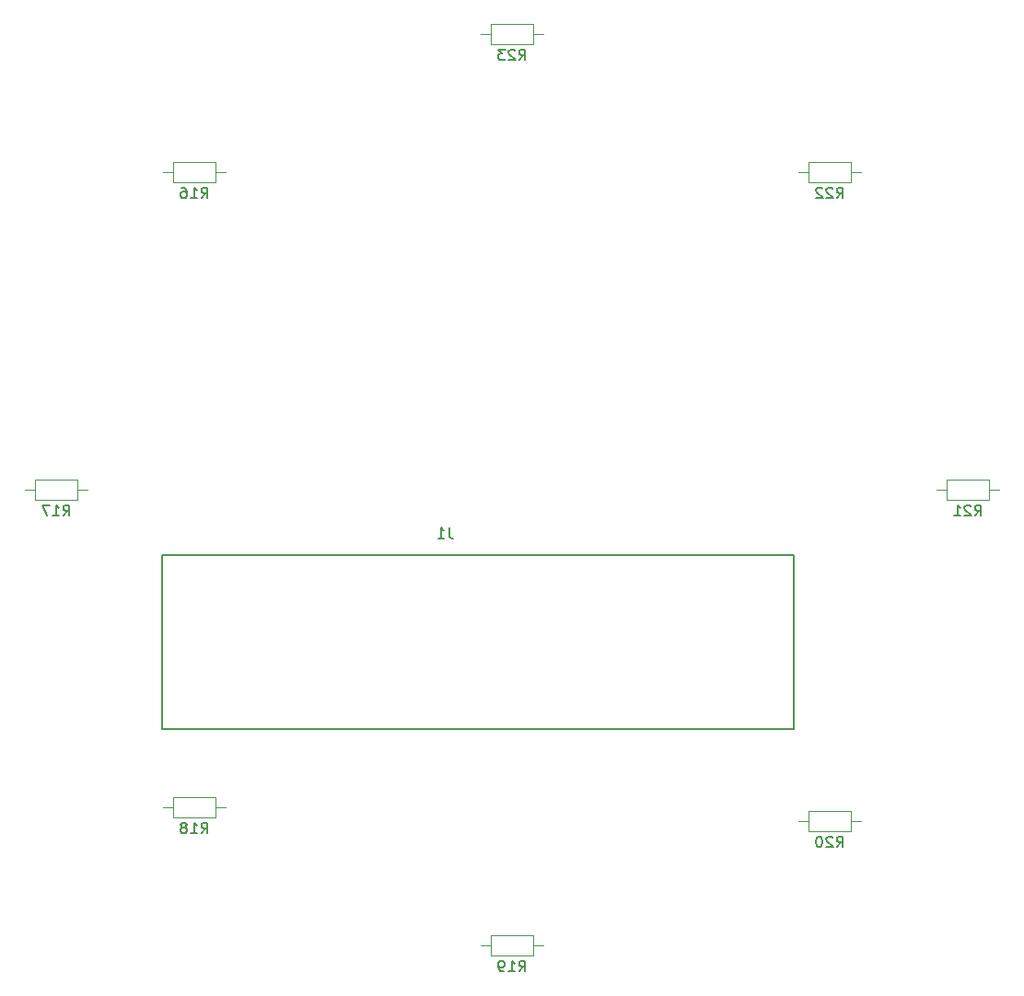
<source format=gbo>
G04 #@! TF.GenerationSoftware,KiCad,Pcbnew,(5.0.0-3-g5ebb6b6)*
G04 #@! TF.CreationDate,2018-09-25T19:29:36-07:00*
G04 #@! TF.ProjectId,christmas-board,6368726973746D61732D626F6172642E,rev?*
G04 #@! TF.SameCoordinates,Original*
G04 #@! TF.FileFunction,Legend,Bot*
G04 #@! TF.FilePolarity,Positive*
%FSLAX46Y46*%
G04 Gerber Fmt 4.6, Leading zero omitted, Abs format (unit mm)*
G04 Created by KiCad (PCBNEW (5.0.0-3-g5ebb6b6)) date Tuesday, September 25, 2018 at 07:29:36 PM*
%MOMM*%
%LPD*%
G01*
G04 APERTURE LIST*
%ADD10C,0.150000*%
%ADD11C,0.120000*%
G04 APERTURE END LIST*
D10*
G04 #@! TO.C,J1*
X136350000Y-94870000D02*
X133350000Y-94870000D01*
X136350000Y-110870000D02*
X136350000Y-94870000D01*
X133350000Y-110870000D02*
X136350000Y-110870000D01*
X78350000Y-94870000D02*
X133350000Y-94870000D01*
X78350000Y-110870000D02*
X78350000Y-94870000D01*
X133350000Y-110870000D02*
X78350000Y-110870000D01*
D11*
G04 #@! TO.C,R16*
X79360000Y-60610000D02*
X79360000Y-58770000D01*
X79360000Y-58770000D02*
X83200000Y-58770000D01*
X83200000Y-58770000D02*
X83200000Y-60610000D01*
X83200000Y-60610000D02*
X79360000Y-60610000D01*
X78410000Y-59690000D02*
X79360000Y-59690000D01*
X84150000Y-59690000D02*
X83200000Y-59690000D01*
G04 #@! TO.C,R17*
X66660000Y-89820000D02*
X66660000Y-87980000D01*
X66660000Y-87980000D02*
X70500000Y-87980000D01*
X70500000Y-87980000D02*
X70500000Y-89820000D01*
X70500000Y-89820000D02*
X66660000Y-89820000D01*
X65710000Y-88900000D02*
X66660000Y-88900000D01*
X71450000Y-88900000D02*
X70500000Y-88900000D01*
G04 #@! TO.C,R18*
X84150000Y-118110000D02*
X83200000Y-118110000D01*
X78410000Y-118110000D02*
X79360000Y-118110000D01*
X83200000Y-119030000D02*
X79360000Y-119030000D01*
X83200000Y-117190000D02*
X83200000Y-119030000D01*
X79360000Y-117190000D02*
X83200000Y-117190000D01*
X79360000Y-119030000D02*
X79360000Y-117190000D01*
G04 #@! TO.C,R19*
X108570000Y-131730000D02*
X108570000Y-129890000D01*
X108570000Y-129890000D02*
X112410000Y-129890000D01*
X112410000Y-129890000D02*
X112410000Y-131730000D01*
X112410000Y-131730000D02*
X108570000Y-131730000D01*
X107620000Y-130810000D02*
X108570000Y-130810000D01*
X113360000Y-130810000D02*
X112410000Y-130810000D01*
G04 #@! TO.C,R20*
X142570000Y-119380000D02*
X141620000Y-119380000D01*
X136830000Y-119380000D02*
X137780000Y-119380000D01*
X141620000Y-120300000D02*
X137780000Y-120300000D01*
X141620000Y-118460000D02*
X141620000Y-120300000D01*
X137780000Y-118460000D02*
X141620000Y-118460000D01*
X137780000Y-120300000D02*
X137780000Y-118460000D01*
G04 #@! TO.C,R21*
X150480000Y-89820000D02*
X150480000Y-87980000D01*
X150480000Y-87980000D02*
X154320000Y-87980000D01*
X154320000Y-87980000D02*
X154320000Y-89820000D01*
X154320000Y-89820000D02*
X150480000Y-89820000D01*
X149530000Y-88900000D02*
X150480000Y-88900000D01*
X155270000Y-88900000D02*
X154320000Y-88900000D01*
G04 #@! TO.C,R22*
X142570000Y-59690000D02*
X141620000Y-59690000D01*
X136830000Y-59690000D02*
X137780000Y-59690000D01*
X141620000Y-60610000D02*
X137780000Y-60610000D01*
X141620000Y-58770000D02*
X141620000Y-60610000D01*
X137780000Y-58770000D02*
X141620000Y-58770000D01*
X137780000Y-60610000D02*
X137780000Y-58770000D01*
G04 #@! TO.C,R23*
X108570000Y-47910000D02*
X108570000Y-46070000D01*
X108570000Y-46070000D02*
X112410000Y-46070000D01*
X112410000Y-46070000D02*
X112410000Y-47910000D01*
X112410000Y-47910000D02*
X108570000Y-47910000D01*
X107620000Y-46990000D02*
X108570000Y-46990000D01*
X113360000Y-46990000D02*
X112410000Y-46990000D01*
G04 #@! TO.C,J1*
D10*
X104683333Y-92322380D02*
X104683333Y-93036666D01*
X104730952Y-93179523D01*
X104826190Y-93274761D01*
X104969047Y-93322380D01*
X105064285Y-93322380D01*
X103683333Y-93322380D02*
X104254761Y-93322380D01*
X103969047Y-93322380D02*
X103969047Y-92322380D01*
X104064285Y-92465238D01*
X104159523Y-92560476D01*
X104254761Y-92608095D01*
G04 #@! TO.C,R16*
X81922857Y-62062380D02*
X82256190Y-61586190D01*
X82494285Y-62062380D02*
X82494285Y-61062380D01*
X82113333Y-61062380D01*
X82018095Y-61110000D01*
X81970476Y-61157619D01*
X81922857Y-61252857D01*
X81922857Y-61395714D01*
X81970476Y-61490952D01*
X82018095Y-61538571D01*
X82113333Y-61586190D01*
X82494285Y-61586190D01*
X80970476Y-62062380D02*
X81541904Y-62062380D01*
X81256190Y-62062380D02*
X81256190Y-61062380D01*
X81351428Y-61205238D01*
X81446666Y-61300476D01*
X81541904Y-61348095D01*
X80113333Y-61062380D02*
X80303809Y-61062380D01*
X80399047Y-61110000D01*
X80446666Y-61157619D01*
X80541904Y-61300476D01*
X80589523Y-61490952D01*
X80589523Y-61871904D01*
X80541904Y-61967142D01*
X80494285Y-62014761D01*
X80399047Y-62062380D01*
X80208571Y-62062380D01*
X80113333Y-62014761D01*
X80065714Y-61967142D01*
X80018095Y-61871904D01*
X80018095Y-61633809D01*
X80065714Y-61538571D01*
X80113333Y-61490952D01*
X80208571Y-61443333D01*
X80399047Y-61443333D01*
X80494285Y-61490952D01*
X80541904Y-61538571D01*
X80589523Y-61633809D01*
G04 #@! TO.C,R17*
X69222857Y-91272380D02*
X69556190Y-90796190D01*
X69794285Y-91272380D02*
X69794285Y-90272380D01*
X69413333Y-90272380D01*
X69318095Y-90320000D01*
X69270476Y-90367619D01*
X69222857Y-90462857D01*
X69222857Y-90605714D01*
X69270476Y-90700952D01*
X69318095Y-90748571D01*
X69413333Y-90796190D01*
X69794285Y-90796190D01*
X68270476Y-91272380D02*
X68841904Y-91272380D01*
X68556190Y-91272380D02*
X68556190Y-90272380D01*
X68651428Y-90415238D01*
X68746666Y-90510476D01*
X68841904Y-90558095D01*
X67937142Y-90272380D02*
X67270476Y-90272380D01*
X67699047Y-91272380D01*
G04 #@! TO.C,R18*
X81922857Y-120482380D02*
X82256190Y-120006190D01*
X82494285Y-120482380D02*
X82494285Y-119482380D01*
X82113333Y-119482380D01*
X82018095Y-119530000D01*
X81970476Y-119577619D01*
X81922857Y-119672857D01*
X81922857Y-119815714D01*
X81970476Y-119910952D01*
X82018095Y-119958571D01*
X82113333Y-120006190D01*
X82494285Y-120006190D01*
X80970476Y-120482380D02*
X81541904Y-120482380D01*
X81256190Y-120482380D02*
X81256190Y-119482380D01*
X81351428Y-119625238D01*
X81446666Y-119720476D01*
X81541904Y-119768095D01*
X80399047Y-119910952D02*
X80494285Y-119863333D01*
X80541904Y-119815714D01*
X80589523Y-119720476D01*
X80589523Y-119672857D01*
X80541904Y-119577619D01*
X80494285Y-119530000D01*
X80399047Y-119482380D01*
X80208571Y-119482380D01*
X80113333Y-119530000D01*
X80065714Y-119577619D01*
X80018095Y-119672857D01*
X80018095Y-119720476D01*
X80065714Y-119815714D01*
X80113333Y-119863333D01*
X80208571Y-119910952D01*
X80399047Y-119910952D01*
X80494285Y-119958571D01*
X80541904Y-120006190D01*
X80589523Y-120101428D01*
X80589523Y-120291904D01*
X80541904Y-120387142D01*
X80494285Y-120434761D01*
X80399047Y-120482380D01*
X80208571Y-120482380D01*
X80113333Y-120434761D01*
X80065714Y-120387142D01*
X80018095Y-120291904D01*
X80018095Y-120101428D01*
X80065714Y-120006190D01*
X80113333Y-119958571D01*
X80208571Y-119910952D01*
G04 #@! TO.C,R19*
X111132857Y-133182380D02*
X111466190Y-132706190D01*
X111704285Y-133182380D02*
X111704285Y-132182380D01*
X111323333Y-132182380D01*
X111228095Y-132230000D01*
X111180476Y-132277619D01*
X111132857Y-132372857D01*
X111132857Y-132515714D01*
X111180476Y-132610952D01*
X111228095Y-132658571D01*
X111323333Y-132706190D01*
X111704285Y-132706190D01*
X110180476Y-133182380D02*
X110751904Y-133182380D01*
X110466190Y-133182380D02*
X110466190Y-132182380D01*
X110561428Y-132325238D01*
X110656666Y-132420476D01*
X110751904Y-132468095D01*
X109704285Y-133182380D02*
X109513809Y-133182380D01*
X109418571Y-133134761D01*
X109370952Y-133087142D01*
X109275714Y-132944285D01*
X109228095Y-132753809D01*
X109228095Y-132372857D01*
X109275714Y-132277619D01*
X109323333Y-132230000D01*
X109418571Y-132182380D01*
X109609047Y-132182380D01*
X109704285Y-132230000D01*
X109751904Y-132277619D01*
X109799523Y-132372857D01*
X109799523Y-132610952D01*
X109751904Y-132706190D01*
X109704285Y-132753809D01*
X109609047Y-132801428D01*
X109418571Y-132801428D01*
X109323333Y-132753809D01*
X109275714Y-132706190D01*
X109228095Y-132610952D01*
G04 #@! TO.C,R20*
X140342857Y-121752380D02*
X140676190Y-121276190D01*
X140914285Y-121752380D02*
X140914285Y-120752380D01*
X140533333Y-120752380D01*
X140438095Y-120800000D01*
X140390476Y-120847619D01*
X140342857Y-120942857D01*
X140342857Y-121085714D01*
X140390476Y-121180952D01*
X140438095Y-121228571D01*
X140533333Y-121276190D01*
X140914285Y-121276190D01*
X139961904Y-120847619D02*
X139914285Y-120800000D01*
X139819047Y-120752380D01*
X139580952Y-120752380D01*
X139485714Y-120800000D01*
X139438095Y-120847619D01*
X139390476Y-120942857D01*
X139390476Y-121038095D01*
X139438095Y-121180952D01*
X140009523Y-121752380D01*
X139390476Y-121752380D01*
X138771428Y-120752380D02*
X138676190Y-120752380D01*
X138580952Y-120800000D01*
X138533333Y-120847619D01*
X138485714Y-120942857D01*
X138438095Y-121133333D01*
X138438095Y-121371428D01*
X138485714Y-121561904D01*
X138533333Y-121657142D01*
X138580952Y-121704761D01*
X138676190Y-121752380D01*
X138771428Y-121752380D01*
X138866666Y-121704761D01*
X138914285Y-121657142D01*
X138961904Y-121561904D01*
X139009523Y-121371428D01*
X139009523Y-121133333D01*
X138961904Y-120942857D01*
X138914285Y-120847619D01*
X138866666Y-120800000D01*
X138771428Y-120752380D01*
G04 #@! TO.C,R21*
X153042857Y-91272380D02*
X153376190Y-90796190D01*
X153614285Y-91272380D02*
X153614285Y-90272380D01*
X153233333Y-90272380D01*
X153138095Y-90320000D01*
X153090476Y-90367619D01*
X153042857Y-90462857D01*
X153042857Y-90605714D01*
X153090476Y-90700952D01*
X153138095Y-90748571D01*
X153233333Y-90796190D01*
X153614285Y-90796190D01*
X152661904Y-90367619D02*
X152614285Y-90320000D01*
X152519047Y-90272380D01*
X152280952Y-90272380D01*
X152185714Y-90320000D01*
X152138095Y-90367619D01*
X152090476Y-90462857D01*
X152090476Y-90558095D01*
X152138095Y-90700952D01*
X152709523Y-91272380D01*
X152090476Y-91272380D01*
X151138095Y-91272380D02*
X151709523Y-91272380D01*
X151423809Y-91272380D02*
X151423809Y-90272380D01*
X151519047Y-90415238D01*
X151614285Y-90510476D01*
X151709523Y-90558095D01*
G04 #@! TO.C,R22*
X140342857Y-62062380D02*
X140676190Y-61586190D01*
X140914285Y-62062380D02*
X140914285Y-61062380D01*
X140533333Y-61062380D01*
X140438095Y-61110000D01*
X140390476Y-61157619D01*
X140342857Y-61252857D01*
X140342857Y-61395714D01*
X140390476Y-61490952D01*
X140438095Y-61538571D01*
X140533333Y-61586190D01*
X140914285Y-61586190D01*
X139961904Y-61157619D02*
X139914285Y-61110000D01*
X139819047Y-61062380D01*
X139580952Y-61062380D01*
X139485714Y-61110000D01*
X139438095Y-61157619D01*
X139390476Y-61252857D01*
X139390476Y-61348095D01*
X139438095Y-61490952D01*
X140009523Y-62062380D01*
X139390476Y-62062380D01*
X139009523Y-61157619D02*
X138961904Y-61110000D01*
X138866666Y-61062380D01*
X138628571Y-61062380D01*
X138533333Y-61110000D01*
X138485714Y-61157619D01*
X138438095Y-61252857D01*
X138438095Y-61348095D01*
X138485714Y-61490952D01*
X139057142Y-62062380D01*
X138438095Y-62062380D01*
G04 #@! TO.C,R23*
X111132857Y-49362380D02*
X111466190Y-48886190D01*
X111704285Y-49362380D02*
X111704285Y-48362380D01*
X111323333Y-48362380D01*
X111228095Y-48410000D01*
X111180476Y-48457619D01*
X111132857Y-48552857D01*
X111132857Y-48695714D01*
X111180476Y-48790952D01*
X111228095Y-48838571D01*
X111323333Y-48886190D01*
X111704285Y-48886190D01*
X110751904Y-48457619D02*
X110704285Y-48410000D01*
X110609047Y-48362380D01*
X110370952Y-48362380D01*
X110275714Y-48410000D01*
X110228095Y-48457619D01*
X110180476Y-48552857D01*
X110180476Y-48648095D01*
X110228095Y-48790952D01*
X110799523Y-49362380D01*
X110180476Y-49362380D01*
X109847142Y-48362380D02*
X109228095Y-48362380D01*
X109561428Y-48743333D01*
X109418571Y-48743333D01*
X109323333Y-48790952D01*
X109275714Y-48838571D01*
X109228095Y-48933809D01*
X109228095Y-49171904D01*
X109275714Y-49267142D01*
X109323333Y-49314761D01*
X109418571Y-49362380D01*
X109704285Y-49362380D01*
X109799523Y-49314761D01*
X109847142Y-49267142D01*
G04 #@! TD*
M02*

</source>
